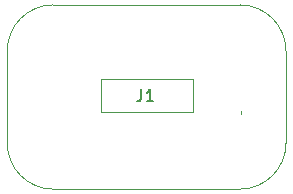
<source format=gbr>
%TF.GenerationSoftware,KiCad,Pcbnew,4.0.5-e0-6337~49~ubuntu16.04.1*%
%TF.CreationDate,2017-01-20T19:49:59-08:00*%
%TF.ProjectId,2x3-Servo-Header,3278332D536572766F2D486561646572,1.0*%
%TF.FileFunction,Other,Fab,Top*%
%FSLAX46Y46*%
G04 Gerber Fmt 4.6, Leading zero omitted, Abs format (unit mm)*
G04 Created by KiCad (PCBNEW 4.0.5-e0-6337~49~ubuntu16.04.1) date Fri Jan 20 19:49:59 2017*
%MOMM*%
%LPD*%
G01*
G04 APERTURE LIST*
%ADD10C,0.350000*%
%ADD11C,0.100000*%
%ADD12C,0.040640*%
%ADD13C,0.150000*%
G04 APERTURE END LIST*
D10*
D11*
X134317640Y-99093040D02*
X134317640Y-96293040D01*
X142117640Y-99093040D02*
X134317640Y-99093040D01*
X142117640Y-98893040D02*
X142117640Y-99093040D01*
X142117640Y-96293040D02*
X142117640Y-98893040D01*
X134317640Y-96293040D02*
X142117640Y-96293040D01*
D12*
X146117640Y-89993040D02*
X130317640Y-89993040D01*
X146117640Y-105593040D02*
X130317640Y-105593040D01*
X126417640Y-101693040D02*
X126417640Y-93893040D01*
X126417640Y-101693040D02*
G75*
G03X130317640Y-105593040I3900000J0D01*
G01*
X130317640Y-89993040D02*
G75*
G03X126417640Y-93893040I0J-3900000D01*
G01*
D11*
X146217640Y-98993040D02*
X146217640Y-99193040D01*
D12*
X150017640Y-101693040D02*
X150017640Y-93893040D01*
X150017640Y-93893040D02*
G75*
G03X146117640Y-89993040I-3900000J0D01*
G01*
X146117640Y-105593040D02*
G75*
G03X150017640Y-101693040I0J3900000D01*
G01*
D13*
X137784307Y-97145421D02*
X137784307Y-97859707D01*
X137736687Y-98002564D01*
X137641449Y-98097802D01*
X137498592Y-98145421D01*
X137403354Y-98145421D01*
X138784307Y-98145421D02*
X138212878Y-98145421D01*
X138498592Y-98145421D02*
X138498592Y-97145421D01*
X138403354Y-97288278D01*
X138308116Y-97383516D01*
X138212878Y-97431135D01*
X137784307Y-97095421D02*
X137784307Y-97809707D01*
X137736687Y-97952564D01*
X137641449Y-98047802D01*
X137498592Y-98095421D01*
X137403354Y-98095421D01*
X138784307Y-98095421D02*
X138212878Y-98095421D01*
X138498592Y-98095421D02*
X138498592Y-97095421D01*
X138403354Y-97238278D01*
X138308116Y-97333516D01*
X138212878Y-97381135D01*
M02*

</source>
